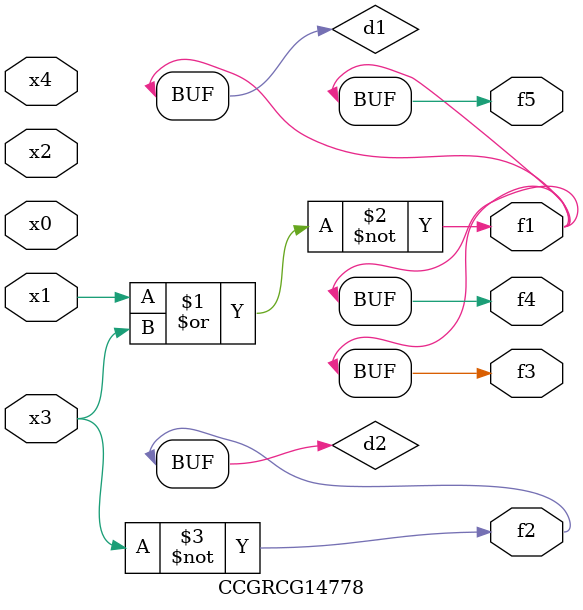
<source format=v>
module CCGRCG14778(
	input x0, x1, x2, x3, x4,
	output f1, f2, f3, f4, f5
);

	wire d1, d2;

	nor (d1, x1, x3);
	not (d2, x3);
	assign f1 = d1;
	assign f2 = d2;
	assign f3 = d1;
	assign f4 = d1;
	assign f5 = d1;
endmodule

</source>
